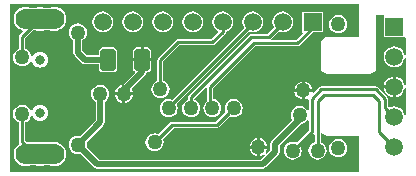
<source format=gbl>
%FSLAX24Y24*%
%MOIN*%
G70*
G01*
G75*
G04 Layer_Physical_Order=2*
G04 Layer_Color=16711680*
%ADD10R,0.0280X0.0360*%
%ADD11R,0.0360X0.0280*%
%ADD12R,0.0400X0.0400*%
%ADD13O,0.0177X0.0827*%
%ADD14R,0.0827X0.0197*%
%ADD15C,0.0100*%
%ADD16C,0.0200*%
%ADD17C,0.0591*%
%ADD18R,0.0591X0.0591*%
%ADD19R,0.0591X0.0591*%
%ADD20C,0.0315*%
%ADD21O,0.1575X0.0650*%
%ADD22C,0.0700*%
%ADD23C,0.0500*%
G04:AMPARAMS|DCode=24|XSize=70.9mil|YSize=51.2mil|CornerRadius=6.4mil|HoleSize=0mil|Usage=FLASHONLY|Rotation=270.000|XOffset=0mil|YOffset=0mil|HoleType=Round|Shape=RoundedRectangle|*
%AMROUNDEDRECTD24*
21,1,0.0709,0.0384,0,0,270.0*
21,1,0.0581,0.0512,0,0,270.0*
1,1,0.0128,-0.0192,-0.0290*
1,1,0.0128,-0.0192,0.0290*
1,1,0.0128,0.0192,0.0290*
1,1,0.0128,0.0192,-0.0290*
%
%ADD24ROUNDEDRECTD24*%
G36*
X33246Y31872D02*
X32205D01*
Y31876D01*
X32112Y31857D01*
X32034Y31805D01*
X31981Y31726D01*
X31963Y31634D01*
X31966D01*
Y30866D01*
X31963D01*
X31981Y30774D01*
X32034Y30695D01*
X32112Y30643D01*
X32205Y30624D01*
Y30628D01*
X32205Y30628D01*
X33563D01*
Y30624D01*
X33655Y30643D01*
X33734Y30695D01*
X33786Y30774D01*
X33805Y30866D01*
X33802D01*
Y32596D01*
X34064D01*
Y32550D01*
X34064D01*
Y31859D01*
X34755D01*
Y31859D01*
X34765D01*
X34801Y31824D01*
Y31260D01*
X34751Y31256D01*
X34746Y31295D01*
X34711Y31379D01*
X34656Y31451D01*
X34584Y31506D01*
X34500Y31541D01*
X34409Y31553D01*
X34319Y31541D01*
X34235Y31506D01*
X34163Y31451D01*
X34108Y31379D01*
X34073Y31295D01*
X34061Y31205D01*
X34073Y31115D01*
X34108Y31031D01*
X34163Y30958D01*
X34235Y30903D01*
X34319Y30868D01*
X34409Y30856D01*
X34500Y30868D01*
X34584Y30903D01*
X34656Y30958D01*
X34711Y31031D01*
X34746Y31115D01*
X34751Y31153D01*
X34801Y31150D01*
Y30260D01*
X34751Y30256D01*
X34746Y30295D01*
X34711Y30379D01*
X34656Y30451D01*
X34584Y30506D01*
X34500Y30541D01*
X34459Y30546D01*
Y30205D01*
Y29863D01*
X34500Y29868D01*
X34584Y29903D01*
X34656Y29958D01*
X34711Y30031D01*
X34746Y30115D01*
X34751Y30153D01*
X34801Y30150D01*
Y29260D01*
X34751Y29256D01*
X34746Y29295D01*
X34711Y29379D01*
X34656Y29451D01*
X34584Y29506D01*
X34500Y29541D01*
X34409Y29553D01*
X34319Y29541D01*
X34247Y29511D01*
X34209Y29550D01*
Y29792D01*
X34201Y29831D01*
X34179Y29864D01*
X33860Y30183D01*
X33827Y30205D01*
X33788Y30213D01*
X31980D01*
X31941Y30205D01*
X31907Y30183D01*
X31717Y29992D01*
X31672Y30014D01*
X31674Y30029D01*
X31428D01*
Y29783D01*
X31456Y29786D01*
X31456Y29786D01*
X31456Y29786D01*
X31523Y29790D01*
X31559Y29756D01*
Y29432D01*
X31512Y29416D01*
X31474Y29466D01*
X31411Y29514D01*
X31338Y29544D01*
X31260Y29555D01*
X31181Y29544D01*
X31108Y29514D01*
X31046Y29466D01*
X30998Y29403D01*
X30968Y29330D01*
X30957Y29252D01*
X30968Y29174D01*
X30998Y29101D01*
X31003Y29093D01*
X30325Y28415D01*
X30292Y28366D01*
X30280Y28307D01*
Y28095D01*
X30154Y27968D01*
X30116Y28001D01*
X30144Y28038D01*
X30174Y28111D01*
X30178Y28139D01*
X29932D01*
Y27893D01*
X29960Y27897D01*
X30033Y27927D01*
X30070Y27955D01*
X30103Y27917D01*
X29959Y27774D01*
X24568D01*
X24151Y28191D01*
X24161Y28268D01*
X24151Y28344D01*
X24714Y28908D01*
X24748Y28957D01*
X24759Y29016D01*
X24759Y29016D01*
X24759Y29016D01*
Y29016D01*
Y29700D01*
X24820Y29747D01*
X24868Y29809D01*
X24899Y29882D01*
X24909Y29961D01*
X24899Y30039D01*
X24868Y30112D01*
X24820Y30175D01*
X24758Y30223D01*
X24685Y30253D01*
X24606Y30263D01*
X24528Y30253D01*
X24455Y30223D01*
X24392Y30175D01*
X24344Y30112D01*
X24314Y30039D01*
X24304Y29961D01*
X24314Y29882D01*
X24344Y29809D01*
X24392Y29747D01*
X24453Y29700D01*
Y29079D01*
X23934Y28560D01*
X23858Y28570D01*
X23780Y28560D01*
X23707Y28530D01*
X23644Y28482D01*
X23596Y28419D01*
X23566Y28346D01*
X23556Y28268D01*
X23566Y28189D01*
X23596Y28116D01*
X23644Y28054D01*
X23707Y28006D01*
X23780Y27975D01*
X23858Y27965D01*
X23934Y27975D01*
X24397Y27513D01*
X24446Y27480D01*
X24456Y27478D01*
X24505Y27468D01*
X30022D01*
X30081Y27480D01*
X30131Y27513D01*
X30131Y27513D01*
X30131Y27513D01*
X30541Y27923D01*
X30574Y27973D01*
X30586Y28031D01*
X30586Y28031D01*
X30586Y28031D01*
Y28031D01*
Y28244D01*
X31296Y28954D01*
X31338Y28960D01*
X31411Y28990D01*
X31474Y29038D01*
X31512Y29088D01*
X31559Y29071D01*
Y28751D01*
X31151Y28343D01*
X31102Y28363D01*
X31024Y28373D01*
X30945Y28363D01*
X30872Y28333D01*
X30810Y28285D01*
X30762Y28222D01*
X30731Y28149D01*
X30721Y28071D01*
X30731Y27993D01*
X30762Y27920D01*
X30810Y27857D01*
X30872Y27809D01*
X30945Y27779D01*
X31024Y27768D01*
X31102Y27779D01*
X31175Y27809D01*
X31238Y27857D01*
X31286Y27920D01*
X31316Y27993D01*
X31326Y28071D01*
X31316Y28149D01*
X31295Y28199D01*
X31713Y28616D01*
X31759Y28597D01*
Y28358D01*
X31699Y28333D01*
X31636Y28285D01*
X31588Y28222D01*
X31558Y28149D01*
X31548Y28071D01*
X31558Y27993D01*
X31588Y27920D01*
X31636Y27857D01*
X31699Y27809D01*
X31772Y27779D01*
X31850Y27768D01*
X31929Y27779D01*
X32002Y27809D01*
X32064Y27857D01*
X32112Y27920D01*
X32143Y27993D01*
X32153Y28071D01*
X32143Y28149D01*
X32112Y28222D01*
X32064Y28285D01*
X32002Y28333D01*
X31963Y28349D01*
Y28648D01*
X32011Y28663D01*
X32034Y28628D01*
X32112Y28576D01*
X32205Y28558D01*
Y28561D01*
X32205Y28561D01*
X33246D01*
Y27365D01*
X21597D01*
Y32950D01*
X33246D01*
Y31872D01*
D02*
G37*
%LPC*%
G36*
X31328Y30029D02*
X31082D01*
X31086Y30000D01*
X31116Y29927D01*
X31164Y29865D01*
X31227Y29817D01*
X31300Y29786D01*
X31328Y29783D01*
Y30029D01*
D02*
G37*
G36*
X25690Y29911D02*
X25444D01*
Y29665D01*
X25472Y29668D01*
X25545Y29699D01*
X25608Y29747D01*
X25656Y29809D01*
X25686Y29882D01*
X25690Y29911D01*
D02*
G37*
G36*
X28693Y32710D02*
X28603Y32699D01*
X28519Y32664D01*
X28447Y32608D01*
X28391Y32536D01*
X28357Y32452D01*
X28345Y32362D01*
X28357Y32272D01*
X28391Y32188D01*
X28447Y32116D01*
X28518Y32061D01*
X28521Y32012D01*
X28304Y31795D01*
X27205D01*
X27166Y31787D01*
X27133Y31765D01*
X26542Y31174D01*
X26520Y31141D01*
X26512Y31102D01*
Y30401D01*
X26463Y30380D01*
X26400Y30332D01*
X26352Y30269D01*
X26322Y30196D01*
X26312Y30118D01*
X26322Y30040D01*
X26352Y29967D01*
X26400Y29904D01*
X26463Y29856D01*
X26536Y29826D01*
X26614Y29816D01*
X26692Y29826D01*
X26765Y29856D01*
X26828Y29904D01*
X26876Y29967D01*
X26906Y30040D01*
X26917Y30118D01*
X26906Y30196D01*
X26876Y30269D01*
X26828Y30332D01*
X26765Y30380D01*
X26716Y30401D01*
Y31060D01*
X27247Y31591D01*
X28346D01*
X28385Y31599D01*
X28419Y31621D01*
X28765Y31967D01*
X28787Y32000D01*
X28793Y32030D01*
X28867Y32061D01*
X28939Y32116D01*
X28995Y32188D01*
X29029Y32272D01*
X29041Y32362D01*
X29029Y32452D01*
X28995Y32536D01*
X28939Y32608D01*
X28867Y32664D01*
X28783Y32699D01*
X28693Y32710D01*
D02*
G37*
G36*
X26312Y31052D02*
X25696D01*
Y30812D01*
X25705Y30768D01*
X25730Y30730D01*
X25756Y30712D01*
X25761Y30662D01*
X25357Y30258D01*
X25394Y30263D01*
X25444Y30257D01*
Y30011D01*
X25690D01*
X25686Y30039D01*
X25656Y30112D01*
X25650Y30119D01*
X26112Y30581D01*
X26145Y30630D01*
X26157Y30689D01*
X26157Y30689D01*
X26157Y30689D01*
Y30689D01*
Y30696D01*
X26196D01*
X26240Y30705D01*
X26278Y30730D01*
X26303Y30768D01*
X26312Y30812D01*
Y31052D01*
D02*
G37*
G36*
X25344Y30257D02*
X25315Y30253D01*
X25242Y30223D01*
X25180Y30175D01*
X25132Y30112D01*
X25101Y30039D01*
X25098Y30011D01*
X25344D01*
Y30257D01*
D02*
G37*
G36*
X34359Y30155D02*
X34068D01*
X34073Y30115D01*
X34108Y30031D01*
X34163Y29958D01*
X34235Y29903D01*
X34319Y29868D01*
X34359Y29863D01*
Y30155D01*
D02*
G37*
G36*
X29832Y28485D02*
X29804Y28481D01*
X29731Y28451D01*
X29668Y28403D01*
X29620Y28340D01*
X29590Y28267D01*
X29586Y28239D01*
X29832D01*
Y28485D01*
D02*
G37*
G36*
Y28139D02*
X29586D01*
X29590Y28111D01*
X29620Y28038D01*
X29668Y27975D01*
X29731Y27927D01*
X29804Y27897D01*
X29832Y27893D01*
Y28139D01*
D02*
G37*
G36*
X32539Y28452D02*
X32461Y28442D01*
X32388Y28412D01*
X32325Y28364D01*
X32277Y28301D01*
X32247Y28228D01*
X32237Y28150D01*
X32247Y28071D01*
X32277Y27998D01*
X32325Y27936D01*
X32388Y27888D01*
X32461Y27857D01*
X32539Y27847D01*
X32618Y27857D01*
X32691Y27888D01*
X32753Y27936D01*
X32801Y27998D01*
X32832Y28071D01*
X32842Y28150D01*
X32832Y28228D01*
X32801Y28301D01*
X32753Y28364D01*
X32691Y28412D01*
X32618Y28442D01*
X32539Y28452D01*
D02*
G37*
G36*
X29932Y28485D02*
Y28239D01*
X30178D01*
X30174Y28267D01*
X30144Y28340D01*
X30096Y28403D01*
X30033Y28451D01*
X29960Y28481D01*
X29932Y28485D01*
D02*
G37*
G36*
X25344Y29911D02*
X25098D01*
X25101Y29882D01*
X25132Y29809D01*
X25180Y29747D01*
X25242Y29699D01*
X25315Y29668D01*
X25344Y29665D01*
Y29911D01*
D02*
G37*
G36*
X22598Y29600D02*
X22529Y29590D01*
X22464Y29564D01*
X22408Y29521D01*
X22366Y29465D01*
X22339Y29400D01*
X22285Y29407D01*
X22270Y29443D01*
X22222Y29505D01*
X22159Y29553D01*
X22086Y29584D01*
X22008Y29594D01*
X21930Y29584D01*
X21857Y29553D01*
X21794Y29505D01*
X21746Y29443D01*
X21716Y29370D01*
X21705Y29291D01*
X21716Y29213D01*
X21746Y29140D01*
X21794Y29077D01*
X21857Y29029D01*
X21906Y29009D01*
Y28363D01*
X21914Y28324D01*
X21926Y28306D01*
X21924Y28302D01*
X21841Y28238D01*
X21777Y28154D01*
X21736Y28057D01*
X21723Y27953D01*
X21736Y27848D01*
X21777Y27751D01*
X21841Y27667D01*
X21924Y27603D01*
X22022Y27563D01*
X22126Y27549D01*
X22230Y27563D01*
X22306Y27594D01*
X22418D01*
X22494Y27563D01*
X22598Y27549D01*
X22703Y27563D01*
X22779Y27594D01*
X22891D01*
X22966Y27563D01*
X23071Y27549D01*
X23175Y27563D01*
X23273Y27603D01*
X23356Y27667D01*
X23420Y27751D01*
X23461Y27848D01*
X23474Y27953D01*
X23461Y28057D01*
X23420Y28154D01*
X23356Y28238D01*
X23273Y28302D01*
X23175Y28342D01*
X23071Y28356D01*
X23027Y28350D01*
X22642D01*
X22598Y28356D01*
X22555Y28350D01*
X22170D01*
X22164Y28351D01*
X22110Y28405D01*
Y29009D01*
X22159Y29029D01*
X22222Y29077D01*
X22270Y29140D01*
X22300Y29213D01*
X22302Y29224D01*
X22351Y29231D01*
X22366Y29196D01*
X22408Y29141D01*
X22464Y29098D01*
X22529Y29071D01*
X22598Y29062D01*
X22668Y29071D01*
X22733Y29098D01*
X22789Y29141D01*
X22831Y29196D01*
X22858Y29261D01*
X22867Y29331D01*
X22858Y29400D01*
X22831Y29465D01*
X22789Y29521D01*
X22733Y29564D01*
X22668Y29590D01*
X22598Y29600D01*
D02*
G37*
G36*
X29055Y29791D02*
X28977Y29780D01*
X28904Y29750D01*
X28841Y29702D01*
X28793Y29639D01*
X28763Y29567D01*
X28753Y29488D01*
X28763Y29410D01*
X28783Y29361D01*
X28462Y29039D01*
X27008D01*
X26969Y29031D01*
X26936Y29009D01*
X26545Y28618D01*
X26496Y28639D01*
X26417Y28649D01*
X26339Y28639D01*
X26266Y28609D01*
X26203Y28560D01*
X26155Y28498D01*
X26125Y28425D01*
X26115Y28346D01*
X26125Y28268D01*
X26155Y28195D01*
X26203Y28132D01*
X26266Y28084D01*
X26339Y28054D01*
X26417Y28044D01*
X26496Y28054D01*
X26569Y28084D01*
X26631Y28132D01*
X26679Y28195D01*
X26710Y28268D01*
X26720Y28346D01*
X26710Y28425D01*
X26689Y28474D01*
X27050Y28835D01*
X28504D01*
X28543Y28843D01*
X28576Y28865D01*
X28927Y29216D01*
X28977Y29196D01*
X29055Y29186D01*
X29133Y29196D01*
X29206Y29226D01*
X29269Y29274D01*
X29317Y29337D01*
X29347Y29410D01*
X29358Y29488D01*
X29347Y29567D01*
X29317Y29639D01*
X29269Y29702D01*
X29206Y29750D01*
X29133Y29780D01*
X29055Y29791D01*
D02*
G37*
G36*
X31328Y30375D02*
X31300Y30371D01*
X31227Y30341D01*
X31164Y30293D01*
X31116Y30230D01*
X31086Y30157D01*
X31082Y30129D01*
X31328D01*
Y30375D01*
D02*
G37*
G36*
X26693Y32710D02*
X26603Y32699D01*
X26519Y32664D01*
X26447Y32608D01*
X26391Y32536D01*
X26357Y32452D01*
X26345Y32362D01*
X26357Y32272D01*
X26391Y32188D01*
X26447Y32116D01*
X26519Y32061D01*
X26603Y32026D01*
X26693Y32014D01*
X26783Y32026D01*
X26867Y32061D01*
X26939Y32116D01*
X26995Y32188D01*
X27029Y32272D01*
X27041Y32362D01*
X27029Y32452D01*
X26995Y32536D01*
X26939Y32608D01*
X26867Y32664D01*
X26783Y32699D01*
X26693Y32710D01*
D02*
G37*
G36*
X25693D02*
X25603Y32699D01*
X25519Y32664D01*
X25447Y32608D01*
X25391Y32536D01*
X25357Y32452D01*
X25345Y32362D01*
X25357Y32272D01*
X25391Y32188D01*
X25447Y32116D01*
X25519Y32061D01*
X25603Y32026D01*
X25693Y32014D01*
X25783Y32026D01*
X25867Y32061D01*
X25939Y32116D01*
X25995Y32188D01*
X26029Y32272D01*
X26041Y32362D01*
X26029Y32452D01*
X25995Y32536D01*
X25939Y32608D01*
X25867Y32664D01*
X25783Y32699D01*
X25693Y32710D01*
D02*
G37*
G36*
X24693D02*
X24603Y32699D01*
X24519Y32664D01*
X24447Y32608D01*
X24391Y32536D01*
X24357Y32452D01*
X24345Y32362D01*
X24357Y32272D01*
X24391Y32188D01*
X24447Y32116D01*
X24519Y32061D01*
X24603Y32026D01*
X24693Y32014D01*
X24783Y32026D01*
X24867Y32061D01*
X24939Y32116D01*
X24995Y32188D01*
X25029Y32272D01*
X25041Y32362D01*
X25029Y32452D01*
X24995Y32536D01*
X24939Y32608D01*
X24867Y32664D01*
X24783Y32699D01*
X24693Y32710D01*
D02*
G37*
G36*
X22598Y32864D02*
X22494Y32850D01*
X22466Y32839D01*
X22259D01*
X22230Y32850D01*
X22126Y32864D01*
X22022Y32850D01*
X21924Y32810D01*
X21841Y32746D01*
X21777Y32662D01*
X21736Y32565D01*
X21723Y32461D01*
X21736Y32356D01*
X21777Y32259D01*
X21841Y32175D01*
X21924Y32111D01*
X22010Y32076D01*
X22020Y32027D01*
X21936Y31942D01*
X21914Y31909D01*
X21906Y31870D01*
Y31464D01*
X21857Y31443D01*
X21794Y31395D01*
X21746Y31332D01*
X21716Y31259D01*
X21705Y31181D01*
X21716Y31103D01*
X21746Y31030D01*
X21794Y30967D01*
X21857Y30919D01*
X21930Y30889D01*
X22008Y30879D01*
X22086Y30889D01*
X22159Y30919D01*
X22222Y30967D01*
X22270Y31030D01*
X22285Y31067D01*
X22335Y31061D01*
X22339Y31033D01*
X22366Y30968D01*
X22408Y30912D01*
X22464Y30870D01*
X22529Y30843D01*
X22598Y30834D01*
X22668Y30843D01*
X22733Y30870D01*
X22789Y30912D01*
X22831Y30968D01*
X22858Y31033D01*
X22867Y31102D01*
X22858Y31172D01*
X22831Y31237D01*
X22789Y31292D01*
X22733Y31335D01*
X22668Y31362D01*
X22598Y31371D01*
X22529Y31362D01*
X22464Y31335D01*
X22408Y31292D01*
X22366Y31237D01*
X22355Y31212D01*
X22306Y31218D01*
X22300Y31259D01*
X22270Y31332D01*
X22222Y31395D01*
X22159Y31443D01*
X22110Y31464D01*
Y31828D01*
X22365Y32083D01*
X22466D01*
X22494Y32071D01*
X22598Y32057D01*
X22703Y32071D01*
X22731Y32083D01*
X22938D01*
X22966Y32071D01*
X23071Y32057D01*
X23175Y32071D01*
X23273Y32111D01*
X23356Y32175D01*
X23420Y32259D01*
X23461Y32356D01*
X23474Y32461D01*
X23461Y32565D01*
X23420Y32662D01*
X23356Y32746D01*
X23273Y32810D01*
X23175Y32850D01*
X23071Y32864D01*
X22966Y32850D01*
X22938Y32839D01*
X22731D01*
X22703Y32850D01*
X22598Y32864D01*
D02*
G37*
G36*
X29693Y32710D02*
X29603Y32699D01*
X29519Y32664D01*
X29447Y32608D01*
X29391Y32536D01*
X29357Y32452D01*
X29345Y32362D01*
X29357Y32272D01*
X29391Y32188D01*
X29401Y32175D01*
X26995Y29769D01*
X26968Y29780D01*
X26890Y29791D01*
X26811Y29780D01*
X26738Y29750D01*
X26676Y29702D01*
X26628Y29639D01*
X26597Y29567D01*
X26587Y29488D01*
X26597Y29410D01*
X26628Y29337D01*
X26676Y29274D01*
X26738Y29226D01*
X26811Y29196D01*
X26890Y29186D01*
X26968Y29196D01*
X27041Y29226D01*
X27104Y29274D01*
X27152Y29337D01*
X27182Y29410D01*
X27192Y29488D01*
X27182Y29567D01*
X27152Y29638D01*
X29558Y32044D01*
X29603Y32026D01*
X29693Y32014D01*
X29783Y32026D01*
X29867Y32061D01*
X29939Y32116D01*
X29995Y32188D01*
X30029Y32272D01*
X30041Y32362D01*
X30029Y32452D01*
X29995Y32536D01*
X29939Y32608D01*
X29867Y32664D01*
X29783Y32699D01*
X29693Y32710D01*
D02*
G37*
G36*
X27693D02*
X27603Y32699D01*
X27519Y32664D01*
X27447Y32608D01*
X27391Y32536D01*
X27357Y32452D01*
X27345Y32362D01*
X27357Y32272D01*
X27391Y32188D01*
X27447Y32116D01*
X27519Y32061D01*
X27603Y32026D01*
X27693Y32014D01*
X27783Y32026D01*
X27867Y32061D01*
X27939Y32116D01*
X27995Y32188D01*
X28029Y32272D01*
X28041Y32362D01*
X28029Y32452D01*
X27995Y32536D01*
X27939Y32608D01*
X27867Y32664D01*
X27783Y32699D01*
X27693Y32710D01*
D02*
G37*
G36*
X32539Y32586D02*
X32461Y32576D01*
X32388Y32546D01*
X32325Y32497D01*
X32277Y32435D01*
X32247Y32362D01*
X32237Y32283D01*
X32247Y32205D01*
X32277Y32132D01*
X32325Y32069D01*
X32388Y32021D01*
X32461Y31991D01*
X32539Y31981D01*
X32618Y31991D01*
X32691Y32021D01*
X32753Y32069D01*
X32801Y32132D01*
X32832Y32205D01*
X32842Y32283D01*
X32832Y32362D01*
X32801Y32435D01*
X32753Y32497D01*
X32691Y32546D01*
X32618Y32576D01*
X32539Y32586D01*
D02*
G37*
G36*
X23858Y32310D02*
X23780Y32300D01*
X23707Y32270D01*
X23644Y32222D01*
X23596Y32159D01*
X23566Y32086D01*
X23556Y32008D01*
X23566Y31930D01*
X23596Y31857D01*
X23644Y31794D01*
X23705Y31747D01*
Y31339D01*
X23705Y31339D01*
X23705D01*
X23717Y31280D01*
X23750Y31230D01*
X23986Y30994D01*
X23986D01*
X23986Y30994D01*
X23986Y30994D01*
Y30994D01*
X24036Y30961D01*
X24094Y30949D01*
X24554D01*
Y30812D01*
X24563Y30768D01*
X24588Y30730D01*
X24626Y30705D01*
X24670Y30696D01*
X25054D01*
X25099Y30705D01*
X25136Y30730D01*
X25161Y30768D01*
X25170Y30812D01*
Y31393D01*
X25161Y31437D01*
X25136Y31475D01*
X25099Y31500D01*
X25054Y31509D01*
X24670D01*
X24626Y31500D01*
X24588Y31475D01*
X24563Y31437D01*
X24554Y31393D01*
Y31255D01*
X24158D01*
X24011Y31402D01*
Y31747D01*
X24072Y31794D01*
X24120Y31857D01*
X24151Y31930D01*
X24161Y32008D01*
X24151Y32086D01*
X24120Y32159D01*
X24072Y32222D01*
X24010Y32270D01*
X23937Y32300D01*
X23858Y32310D01*
D02*
G37*
G36*
X34359Y30546D02*
X34319Y30541D01*
X34235Y30506D01*
X34163Y30451D01*
X34108Y30379D01*
X34073Y30295D01*
X34068Y30255D01*
X34359D01*
Y30546D01*
D02*
G37*
G36*
X31428Y30375D02*
Y30129D01*
X31674D01*
X31670Y30157D01*
X31640Y30230D01*
X31592Y30293D01*
X31529Y30341D01*
X31456Y30371D01*
X31428Y30375D01*
D02*
G37*
G36*
X30693Y32710D02*
X30603Y32699D01*
X30519Y32664D01*
X30447Y32608D01*
X30391Y32536D01*
X30357Y32452D01*
X30345Y32362D01*
X30357Y32272D01*
X30391Y32188D01*
X30401Y32175D01*
X30181Y31955D01*
X29642D01*
X29603Y31948D01*
X29569Y31926D01*
X27558Y29915D01*
X27536Y29882D01*
X27529Y29843D01*
Y29768D01*
X27487Y29750D01*
X27424Y29702D01*
X27376Y29639D01*
X27346Y29567D01*
X27335Y29488D01*
X27346Y29410D01*
X27376Y29337D01*
X27424Y29274D01*
X27487Y29226D01*
X27559Y29196D01*
X27638Y29186D01*
X27716Y29196D01*
X27789Y29226D01*
X27852Y29274D01*
X27900Y29337D01*
X27930Y29410D01*
X27940Y29488D01*
X27930Y29567D01*
X27900Y29639D01*
X27852Y29702D01*
X27789Y29750D01*
X27733Y29774D01*
Y29800D01*
X28120Y30187D01*
X28166Y30168D01*
Y29728D01*
X28132Y29702D01*
X28084Y29639D01*
X28054Y29566D01*
X28044Y29488D01*
X28054Y29410D01*
X28084Y29337D01*
X28132Y29274D01*
X28195Y29226D01*
X28268Y29196D01*
X28346Y29186D01*
X28425Y29196D01*
X28498Y29226D01*
X28560Y29274D01*
X28608Y29337D01*
X28639Y29410D01*
X28649Y29488D01*
X28639Y29566D01*
X28608Y29639D01*
X28560Y29702D01*
X28498Y29750D01*
X28425Y29780D01*
X28370Y29788D01*
Y30155D01*
X29767Y31552D01*
X31181D01*
X31220Y31559D01*
X31253Y31581D01*
X31253Y31581D01*
X31253Y31581D01*
X31689Y32017D01*
X32038D01*
Y32707D01*
X31348D01*
Y32017D01*
X31348Y32017D01*
X31348D01*
X31363Y31980D01*
X31139Y31755D01*
X30335D01*
X30316Y31802D01*
X30558Y32044D01*
X30603Y32026D01*
X30693Y32014D01*
X30783Y32026D01*
X30867Y32061D01*
X30939Y32116D01*
X30995Y32188D01*
X31029Y32272D01*
X31041Y32362D01*
X31029Y32452D01*
X30995Y32536D01*
X30939Y32608D01*
X30867Y32664D01*
X30783Y32699D01*
X30693Y32710D01*
D02*
G37*
G36*
X26196Y31509D02*
X26054D01*
Y31152D01*
X26312D01*
Y31393D01*
X26303Y31437D01*
X26278Y31475D01*
X26240Y31500D01*
X26196Y31509D01*
D02*
G37*
G36*
X25954D02*
X25812D01*
X25768Y31500D01*
X25730Y31475D01*
X25705Y31437D01*
X25696Y31393D01*
Y31152D01*
X25954D01*
Y31509D01*
D02*
G37*
%LPD*%
D15*
X31732Y28071D02*
X31861Y28200D01*
X28268Y29646D02*
X28425Y29488D01*
X28268Y29646D02*
Y30197D01*
X28504Y28937D02*
X28898Y29331D01*
X27008Y28937D02*
X28504D01*
X28898Y29331D02*
Y29488D01*
X28937Y29528D01*
X22008Y31870D02*
X22598Y32461D01*
X22008Y31181D02*
Y31870D01*
Y28363D02*
X22398Y27972D01*
X22008Y28363D02*
Y29291D01*
X31661Y28708D02*
Y29792D01*
X31024Y28071D02*
X31661Y28708D01*
X26417Y28346D02*
X27008Y28937D01*
X29642Y31854D02*
X30224D01*
X27008Y29638D02*
X29693Y32323D01*
X27008Y29449D02*
Y29638D01*
X27631Y29495D02*
X27638Y29488D01*
X27631Y29495D02*
Y29843D01*
X29642Y31854D01*
X30224D02*
X30693Y32323D01*
X31181Y31654D02*
X31693Y32165D01*
X29724Y31654D02*
X31181D01*
X28268Y30197D02*
X29724Y31654D01*
X31693Y32165D02*
Y32323D01*
X28693Y32039D02*
Y32323D01*
X28346Y31693D02*
X28693Y32039D01*
X27205Y31693D02*
X28346D01*
X26614Y31102D02*
X27205Y31693D01*
X26614Y30118D02*
Y31102D01*
X27638Y29685D02*
X27638Y29685D01*
X31861Y28200D02*
Y29709D01*
X31661Y29792D02*
X31980Y30111D01*
X33788D01*
X34107Y29792D01*
Y29508D02*
Y29792D01*
Y29508D02*
X34409Y29205D01*
X31861Y29709D02*
X32062Y29911D01*
X33705D01*
X33907Y29709D01*
Y28708D02*
Y29709D01*
Y28708D02*
X34409Y28205D01*
D16*
X30433Y28307D02*
X31260Y29134D01*
X30433Y28031D02*
Y28307D01*
X30022Y27621D02*
X30433Y28031D01*
X25394Y29961D02*
Y30079D01*
X26004Y30689D01*
X31260Y29134D02*
Y29252D01*
X24505Y27621D02*
X30022D01*
X26004Y30689D02*
Y31102D01*
X23858Y28268D02*
X24505Y27621D01*
X24606Y29016D02*
Y29961D01*
X23858Y28268D02*
X24606Y29016D01*
X24094Y31102D02*
X24862D01*
X23858Y31339D02*
X24094Y31102D01*
X23858Y31339D02*
Y32008D01*
D17*
X34409Y28205D02*
D03*
Y29205D02*
D03*
Y30205D02*
D03*
Y31205D02*
D03*
X30693Y32362D02*
D03*
X29693D02*
D03*
X28693D02*
D03*
X27693D02*
D03*
X26693D02*
D03*
X25693D02*
D03*
X24693D02*
D03*
D18*
X34409Y32205D02*
D03*
D19*
X31693Y32362D02*
D03*
D20*
X22598Y29331D02*
D03*
Y31102D02*
D03*
D21*
Y27972D02*
D03*
Y32461D02*
D03*
D22*
X23071Y32461D02*
D03*
X22126D02*
D03*
X22598Y32461D02*
D03*
Y27953D02*
D03*
X22126Y27953D02*
D03*
X23071D02*
D03*
D23*
X25394Y29961D02*
D03*
X28346Y29488D02*
D03*
X31260Y29252D02*
D03*
X26417Y28346D02*
D03*
X24606Y29961D02*
D03*
X23858Y28268D02*
D03*
X23858Y32008D02*
D03*
X22008Y29291D02*
D03*
Y31181D02*
D03*
X26614Y30118D02*
D03*
X29055Y29488D02*
D03*
X26890D02*
D03*
X27638D02*
D03*
X29882Y28189D02*
D03*
X31024Y28071D02*
D03*
X31850D02*
D03*
X31378Y30079D02*
D03*
X32539Y32283D02*
D03*
Y28150D02*
D03*
D24*
X26004Y31102D02*
D03*
X24862D02*
D03*
M02*

</source>
